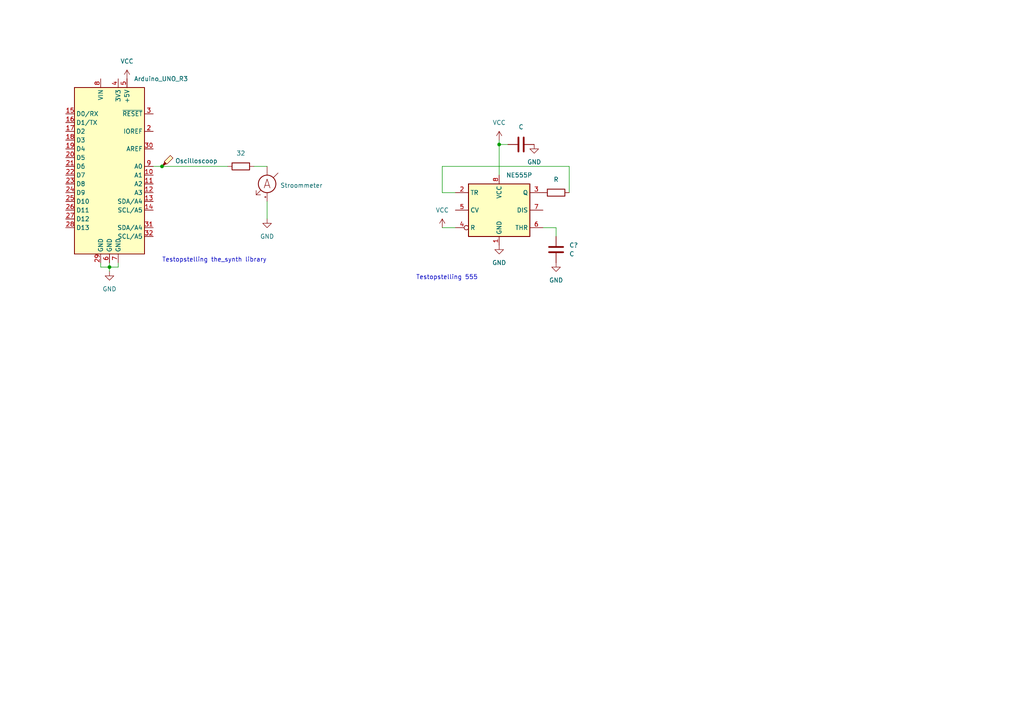
<source format=kicad_sch>
(kicad_sch (version 20211123) (generator eeschema)
  (paper "A4")
  (title_block (title "Test/meetopstelling") (rev "1"))
  (lib_symbols
    (symbol "Connector:TestPoint_Probe" (pin_numbers hide) (pin_names (offset 0.762) hide)
      (property "Reference" "TP" (at 1.651 5.842 0))
      (property "Value" "TestPoint_Probe" (at 1.651 4.064 0))
      (symbol "TestPoint_Probe_0_1"
        (polyline (pts (xy 1.27 0.762) (xy 0 0) (xy 0.762 1.27) (xy 1.27 0.762)) (fill (type outline)))
        (polyline (pts (xy 1.397 0.635) (xy 0.635 1.397) (xy 2.413 3.175) (xy 3.175 2.413) (xy 1.397 0.635)) (fill (type background)))
      )
      (symbol "TestPoint_Probe_1_1"
        (pin passive line (at 0 0 90) (length 0) (name "1") (number "1"))
      )
    )
    (symbol "Device:Ammeter_DC" (pin_numbers hide) (pin_names (offset 0.0254) hide)
      (property "Reference" "MES" (at -3.302 1.016 0))
      (property "Value" "Ammeter_DC" (at -3.302 -0.762 0))
      (symbol "Ammeter_DC_0_0"
        (polyline (pts (xy -3.175 -3.175) (xy -1.905 -1.905)))
        (polyline (pts (xy 1.905 1.905) (xy 3.175 3.175)))
        (polyline (pts (xy 1.905 3.175) (xy 3.175 3.175) (xy 3.175 1.905)))
        (text "A" (at 0 0 0) (effects (font (size 2.54 2.54))))
      )
      (symbol "Ammeter_DC_0_1"
        (polyline (pts (xy 0.254 3.81) (xy 0.762 3.81)))
        (polyline (pts (xy 0.508 4.064) (xy 0.508 3.556)))
        (circle (center 0 0) (radius 2.54) (stroke (width 0.254)))
      )
      (symbol "Ammeter_DC_1_1"
        (pin passive line (at 0 -5.08 90) (length 2.54) (name "-") (number "1"))
        (pin passive line (at 0 5.08 270) (length 2.54) (name "+") (number "2"))
      )
    )
    (symbol "Device:C" (pin_numbers hide) (pin_names (offset 0.254))
      (property "Reference" "C" (at 0.635 2.54 0))
      (property "Value" "C" (at 0.635 -2.54 0))
      (symbol "C_0_1"
        (polyline (pts (xy -2.032 -0.762) (xy 2.032 -0.762)) (stroke (width 0.508)))
        (polyline (pts (xy -2.032 0.762) (xy 2.032 0.762)) (stroke (width 0.508)))
      )
      (symbol "C_1_1"
        (pin passive line (at 0 3.81 270) (length 2.794) (name "~") (number "1"))
        (pin passive line (at 0 -3.81 90) (length 2.794) (name "~") (number "2"))
      )
    )
    (symbol "Device:R" (pin_numbers hide) (pin_names (offset 0))
      (property "Reference" "R" (at 2.032 0 90))
      (property "Value" "R" (at 0 0 90))
      (symbol "R_0_1"
        (rectangle (start -1.016 -2.54) (end 1.016 2.54) (stroke (width 0.254)))
      )
      (symbol "R_1_1"
        (pin passive line (at 0 3.81 270) (length 1.27) (name "~") (number "1"))
        (pin passive line (at 0 -3.81 90) (length 1.27) (name "~") (number "2"))
      )
    )
    (symbol "MCU_Module:Arduino_UNO_R3"
      (property "Reference" "A" (at -10.16 23.495 0))
      (property "Value" "Arduino_UNO_R3" (at 5.08 -26.67 0))
      (symbol "Arduino_UNO_R3_0_1"
        (rectangle (start -10.16 22.86) (end 10.16 -25.4) (stroke (width 0.254)) (fill (type background)))
      )
      (symbol "Arduino_UNO_R3_1_1"
        (pin no_connect line (at -10.16 -20.32 0) (length 2.54) hide (name "NC") (number "1"))
        (pin bidirectional line (at 12.7 -2.54 180) (length 2.54) (name "A1") (number "10"))
        (pin bidirectional line (at 12.7 -5.08 180) (length 2.54) (name "A2") (number "11"))
        (pin bidirectional line (at 12.7 -7.62 180) (length 2.54) (name "A3") (number "12"))
        (pin bidirectional line (at 12.7 -10.16 180) (length 2.54) (name "SDA/A4") (number "13"))
        (pin bidirectional line (at 12.7 -12.7 180) (length 2.54) (name "SCL/A5") (number "14"))
        (pin bidirectional line (at -12.7 15.24 0) (length 2.54) (name "D0/RX") (number "15"))
        (pin bidirectional line (at -12.7 12.7 0) (length 2.54) (name "D1/TX") (number "16"))
        (pin bidirectional line (at -12.7 10.16 0) (length 2.54) (name "D2") (number "17"))
        (pin bidirectional line (at -12.7 7.62 0) (length 2.54) (name "D3") (number "18"))
        (pin bidirectional line (at -12.7 5.08 0) (length 2.54) (name "D4") (number "19"))
        (pin output line (at 12.7 10.16 180) (length 2.54) (name "IOREF") (number "2"))
        (pin bidirectional line (at -12.7 2.54 0) (length 2.54) (name "D5") (number "20"))
        (pin bidirectional line (at -12.7 0 0) (length 2.54) (name "D6") (number "21"))
        (pin bidirectional line (at -12.7 -2.54 0) (length 2.54) (name "D7") (number "22"))
        (pin bidirectional line (at -12.7 -5.08 0) (length 2.54) (name "D8") (number "23"))
        (pin bidirectional line (at -12.7 -7.62 0) (length 2.54) (name "D9") (number "24"))
        (pin bidirectional line (at -12.7 -10.16 0) (length 2.54) (name "D10") (number "25"))
        (pin bidirectional line (at -12.7 -12.7 0) (length 2.54) (name "D11") (number "26"))
        (pin bidirectional line (at -12.7 -15.24 0) (length 2.54) (name "D12") (number "27"))
        (pin bidirectional line (at -12.7 -17.78 0) (length 2.54) (name "D13") (number "28"))
        (pin power_in line (at -2.54 -27.94 90) (length 2.54) (name "GND") (number "29"))
        (pin input line (at 12.7 15.24 180) (length 2.54) (name "~{RESET}") (number "3"))
        (pin input line (at 12.7 5.08 180) (length 2.54) (name "AREF") (number "30"))
        (pin bidirectional line (at 12.7 -17.78 180) (length 2.54) (name "SDA/A4") (number "31"))
        (pin bidirectional line (at 12.7 -20.32 180) (length 2.54) (name "SCL/A5") (number "32"))
        (pin power_out line (at 2.54 25.4 270) (length 2.54) (name "3V3") (number "4"))
        (pin power_out line (at 5.08 25.4 270) (length 2.54) (name "+5V") (number "5"))
        (pin power_in line (at 0 -27.94 90) (length 2.54) (name "GND") (number "6"))
        (pin power_in line (at 2.54 -27.94 90) (length 2.54) (name "GND") (number "7"))
        (pin power_in line (at -2.54 25.4 270) (length 2.54) (name "VIN") (number "8"))
        (pin bidirectional line (at 12.7 0 180) (length 2.54) (name "A0") (number "9"))
      )
    )
    (symbol "Timer:NE555P"
      (property "Reference" "U" (at -10.16 8.89 0))
      (property "Value" "NE555P" (at 2.54 8.89 0))
      (symbol "NE555P_0_0"
        (pin power_in line (at 0 -10.16 90) (length 2.54) (name "GND") (number "1"))
        (pin power_in line (at 0 10.16 270) (length 2.54) (name "VCC") (number "8"))
      )
      (symbol "NE555P_0_1"
        (rectangle (start -8.89 -7.62) (end 8.89 7.62) (stroke (width 0.254)) (fill (type background)))
        (rectangle (start -8.89 -7.62) (end 8.89 7.62) (stroke (width 0.254)) (fill (type background)))
      )
      (symbol "NE555P_1_1"
        (pin input line (at -12.7 5.08 0) (length 3.81) (name "TR") (number "2"))
        (pin output line (at 12.7 5.08 180) (length 3.81) (name "Q") (number "3"))
        (pin input inverted (at -12.7 -5.08 0) (length 3.81) (name "R") (number "4"))
        (pin input line (at -12.7 0 0) (length 3.81) (name "CV") (number "5"))
        (pin input line (at 12.7 -5.08 180) (length 3.81) (name "THR") (number "6"))
        (pin input line (at 12.7 0 180) (length 3.81) (name "DIS") (number "7"))
      )
    )
    (symbol "power:GND" (power) (pin_names (offset 0))
      (property "Value" "GND" (at 0 -3.81 0))
      (symbol "GND_0_1"
        (polyline (pts (xy 0 0) (xy 0 -1.27) (xy 1.27 -1.27) (xy 0 -2.54) (xy -1.27 -1.27) (xy 0 -1.27)))
      )
      (symbol "GND_1_1"
        (pin power_in line (at 0 0 270) (length 0) hide (name "GND") (number "1"))
      )
    )
    (symbol "power:VCC" (power) (pin_names (offset 0))
      (property "Value" "VCC" (at 0 3.81 0))
      (symbol "VCC_0_1"
        (polyline (pts (xy -0.762 1.27) (xy 0 2.54)))
        (polyline (pts (xy 0 0) (xy 0 2.54)))
        (polyline (pts (xy 0 2.54) (xy 0.762 1.27)))
      )
      (symbol "VCC_1_1"
        (pin power_in line (at 0 0 90) (length 0) hide (name "VCC") (number "1"))
      )
    )
  )
  (junction (at 46.99 48.26))
  (junction (at 31.75 77.47))
  (junction (at 144.78 41.91))
  (wire (pts (xy 77.47 58.42) (xy 77.47 63.5)))
  (wire (pts (xy 46.99 48.26) (xy 66.04 48.26)))
  (wire (pts (xy 31.75 77.47) (xy 29.21 77.47)))
  (wire (pts (xy 73.66 48.26) (xy 77.47 48.26)))
  (wire (pts (xy 161.29 66.04) (xy 161.29 68.58)))
  (wire (pts (xy 34.29 76.2) (xy 34.29 77.47)))
  (wire (pts (xy 144.78 40.64) (xy 144.78 41.91)))
  (wire (pts (xy 128.27 48.26) (xy 165.1 48.26)))
  (wire (pts (xy 46.99 48.26) (xy 44.45 48.26)))
  (wire (pts (xy 29.21 77.47) (xy 29.21 76.2)))
  (wire (pts (xy 144.78 41.91) (xy 144.78 50.8)))
  (wire (pts (xy 31.75 76.2) (xy 31.75 77.47)))
  (wire (pts (xy 128.27 55.88) (xy 128.27 48.26)))
  (wire (pts (xy 157.48 66.04) (xy 161.29 66.04)))
  (wire (pts (xy 31.75 77.47) (xy 31.75 78.74)))
  (wire (pts (xy 165.1 48.26) (xy 165.1 55.88)))
  (wire (pts (xy 128.27 66.04) (xy 132.08 66.04)))
  (wire (pts (xy 132.08 55.88) (xy 128.27 55.88)))
  (wire (pts (xy 34.29 77.47) (xy 31.75 77.47)))
  (wire (pts (xy 147.32 41.91) (xy 144.78 41.91)))
  (text "Testopstelling 555\n" (at 120.65 81.28 0) (effects (font (size 1.27 1.27)) (justify left bottom)))
  (text "Testopstelling the_synth library" (at 46.99 76.2 0) (effects (font (size 1.27 1.27)) (justify left bottom)))
  (symbol (lib_id "Device:C") (at 161.29 72.39 0) (unit 1)
    (property "Reference" "C?" (at 165.1 71.1199 0) (effects (justify left)))
    (property "Value" "C" (at 165.1 73.6599 0) (effects (justify left)))
  )
  (symbol (lib_id "Device:Ammeter_DC") (at 77.47 53.34 180) (unit 1)
    (property "Reference" "MES?" (effects hide))
    (property "Value" "Stroommeter" (at 81.28 53.7844 0) (effects (justify right)))
  )
  (symbol (lib_id "power:VCC") (at 128.27 66.04 0) (unit 1)
    (property "Reference" "#PWR?" (effects hide))
    (property "Value" "VCC" (at 128.27 60.96 0))
  )
  (symbol (lib_id "power:GND") (at 161.29 76.2 0) (unit 1)
    (property "Reference" "#PWR?" (effects hide))
    (property "Value" "GND" (at 161.29 81.28 0))
  )
  (symbol (lib_id "Connector:TestPoint_Probe") (at 46.99 48.26 0) (unit 1)
    (property "Reference" "TP?" (effects hide))
    (property "Value" "Oscilloscoop" (at 50.8 46.6724 0) (effects (justify left)))
  )
  (symbol (lib_id "Device:R") (at 161.29 55.88 90) (unit 1)
    (property "Reference" "R?" (effects hide))
    (property "Value" "R" (at 161.29 52.07 90))
  )
  (symbol (lib_id "power:GND") (at 144.78 71.12 0) (unit 1)
    (property "Reference" "#PWR?" (effects hide))
    (property "Value" "GND" (at 144.78 76.2 0))
  )
  (symbol (lib_id "power:GND") (at 77.47 63.5 0) (unit 1)
    (property "Reference" "#PWR?" (effects hide))
    (property "Value" "GND" (at 77.47 68.58 0))
  )
  (symbol (lib_id "power:GND") (at 31.75 78.74 0) (unit 1)
    (property "Reference" "#PWR?" (effects hide))
    (property "Value" "GND" (at 31.75 83.82 0))
  )
  (symbol (lib_id "Device:C") (at 151.13 41.91 90) (unit 1)
    (property "Reference" "C?" (effects hide))
    (property "Value" "C" (at 151.13 36.83 90))
  )
  (symbol (lib_id "power:GND") (at 154.94 41.91 0) (unit 1)
    (property "Reference" "#PWR?" (effects hide))
    (property "Value" "GND" (at 154.94 46.99 0))
  )
  (symbol (lib_id "power:VCC") (at 36.83 22.86 0) (unit 1)
    (property "Reference" "#PWR?" (effects hide))
    (property "Value" "VCC" (at 36.83 17.78 0))
  )
  (symbol (lib_id "Timer:NE555P") (at 144.78 60.96 0) (unit 1)
    (property "Reference" "U?" (effects hide))
    (property "Value" "NE555P" (at 146.7994 50.8 0) (effects (justify left)))
    (property "Footprint" "Package_DIP:DIP-8_W7.62mm" (effects hide))
    (property "Datasheet" "http://www.ti.com/lit/ds/symlink/ne555.pdf" (effects hide))
  )
  (symbol (lib_id "Device:R") (at 69.85 48.26 90) (unit 1)
    (property "Reference" "R?" (effects hide))
    (property "Value" "32" (at 69.85 44.45 90))
  )
  (symbol (lib_id "power:VCC") (at 144.78 40.64 0) (unit 1)
    (property "Reference" "#PWR?" (effects hide))
    (property "Value" "VCC" (at 144.78 35.56 0))
  )
  (symbol (lib_id "MCU_Module:Arduino_UNO_R3") (at 31.75 48.26 0) (unit 1)
    (property "Reference" "A?" (effects hide))
    (property "Value" "Arduino_UNO_R3" (at 38.8494 22.86 0) (effects (justify left)))
    (property "Footprint" "Module:Arduino_UNO_R3" (effects hide))
    (property "Datasheet" "https://www.arduino.cc/en/Main/arduinoBoardUno" (effects hide))
  )
)
</source>
